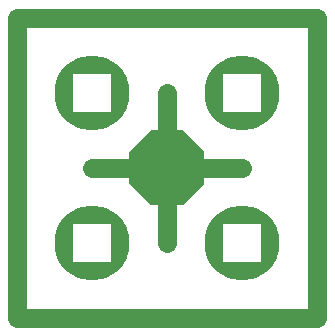
<source format=gbr>
G04 Beginning of File Message*
%FSLAX25Y25*%
%MOIN*%
%TF.FileFunction,Plated,1,8,PTH*%
%TF.Part,Single*%
%LPD*%
%TA.DrillTolerance,0.01,0.005*%
%TA.AperFunction,ComponentDrill*%
%ADD10C,0.0625*%
%TA.AperFunction,MySpecialDrill*%
%ADD11C,0.25X0.125X0.125*%
%AMOC8*
5,1,8,0,0,1.08239X$1,22.5*
%
%ADD12OC8,0.25000*%
%TD.AperFunction*%
%TD.DrillTolerance*%
G01*
D10*
X100000Y0D01*
X100000Y100000D01*
X0Y100000D01*
X0Y0D01*
X50000Y25000D02*
X50000Y75000D01*
X25000Y50000D02*
X75000Y50000D01*
D11*
X25000Y25000D03*
Y75000D03*
X75000D03*
Y25000D03*
D12*
X50000Y50000D03*
M02*




         
         
</source>
